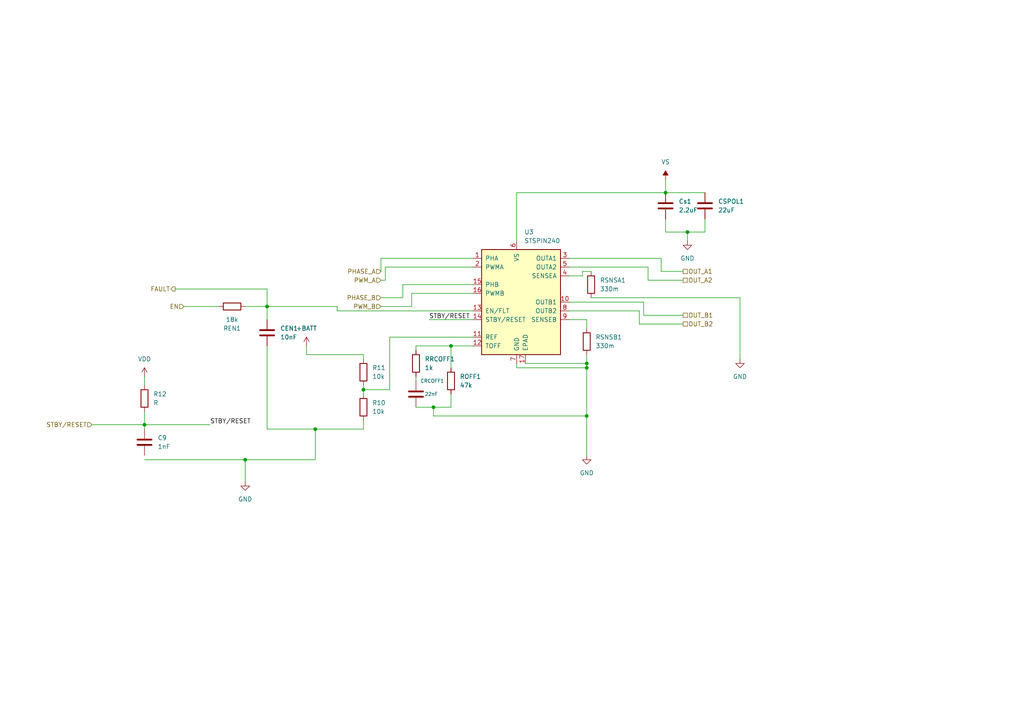
<source format=kicad_sch>
(kicad_sch (version 20230121) (generator eeschema)
  (paper "A4")
  (lib_symbols
    (symbol "Device:C" (pin_numbers hide) (pin_names (offset 0.254))
      (property "Reference" "C" (at 0.635 2.54 0))
      (property "Value" "C" (at 0.635 -2.54 0))
      (symbol "C_0_1"
        (polyline (pts (xy -2.032 -0.762) (xy 2.032 -0.762)) (stroke (width 0.508)))
        (polyline (pts (xy -2.032 0.762) (xy 2.032 0.762)) (stroke (width 0.508)))
      )
      (symbol "C_1_1"
        (pin passive line (at 0 3.81 270) (length 2.794) (name "~") (number "1"))
        (pin passive line (at 0 -3.81 90) (length 2.794) (name "~") (number "2"))
      )
    )
    (symbol "Device:R" (pin_numbers hide) (pin_names (offset 0))
      (property "Reference" "R" (at 2.032 0 90))
      (property "Value" "R" (at 0 0 90))
      (symbol "R_0_1"
        (rectangle (start -1.016 -2.54) (end 1.016 2.54) (stroke (width 0.254)))
      )
      (symbol "R_1_1"
        (pin passive line (at 0 3.81 270) (length 1.27) (name "~") (number "1"))
        (pin passive line (at 0 -3.81 90) (length 1.27) (name "~") (number "2"))
      )
    )
    (symbol "Driver_Motor:STSPIN240" (pin_names (offset 1.016))
      (property "Reference" "U" (at -10.16 16.51 0))
      (property "Value" "STSPIN240" (at 5.08 16.51 0))
      (symbol "STSPIN240_0_1"
        (rectangle (start -10.16 15.24) (end 12.7 -15.24) (stroke (width 0.254)) (fill (type background)))
      )
      (symbol "STSPIN240_1_1"
        (pin input line (at -12.7 12.7 0) (length 2.54) (name "PHA") (number "1"))
        (pin power_out line (at 15.24 0 180) (length 2.54) (name "OUTB1") (number "10"))
        (pin input line (at -12.7 -10.16 0) (length 2.54) (name "REF") (number "11"))
        (pin input line (at -12.7 -12.7 0) (length 2.54) (name "TOFF") (number "12"))
        (pin bidirectional line (at -12.7 -2.54 0) (length 2.54) (name "EN/FLT") (number "13"))
        (pin input line (at -12.7 -5.08 0) (length 2.54) (name "STBY/RESET") (number "14"))
        (pin input line (at -12.7 5.08 0) (length 2.54) (name "PHB") (number "15"))
        (pin input line (at -12.7 2.54 0) (length 2.54) (name "PWMB") (number "16"))
        (pin power_in line (at 2.54 -17.78 90) (length 2.54) (name "EPAD") (number "17"))
        (pin input line (at -12.7 10.16 0) (length 2.54) (name "PWMA") (number "2"))
        (pin power_out line (at 15.24 12.7 180) (length 2.54) (name "OUTA1") (number "3"))
        (pin power_out line (at 15.24 7.62 180) (length 2.54) (name "SENSEA") (number "4"))
        (pin power_out line (at 15.24 10.16 180) (length 2.54) (name "OUTA2") (number "5"))
        (pin power_in line (at 0 17.78 270) (length 2.54) (name "VS") (number "6"))
        (pin power_in line (at 0 -17.78 90) (length 2.54) (name "GND") (number "7"))
        (pin power_out line (at 15.24 -2.54 180) (length 2.54) (name "OUTB2") (number "8"))
        (pin power_out line (at 15.24 -5.08 180) (length 2.54) (name "SENSEB") (number "9"))
      )
    )
    (symbol "power:+BATT" (power) (pin_names (offset 0))
      (property "Value" "+BATT" (at 0 3.556 0))
      (symbol "+BATT_0_1"
        (polyline (pts (xy -0.762 1.27) (xy 0 2.54)))
        (polyline (pts (xy 0 0) (xy 0 2.54)))
        (polyline (pts (xy 0 2.54) (xy 0.762 1.27)))
      )
      (symbol "+BATT_1_1"
        (pin power_in line (at 0 0 90) (length 0) hide (name "+BATT") (number "1"))
      )
    )
    (symbol "power:GND" (power) (pin_names (offset 0))
      (property "Value" "GND" (at 0 -3.81 0))
      (symbol "GND_0_1"
        (polyline (pts (xy 0 0) (xy 0 -1.27) (xy 1.27 -1.27) (xy 0 -2.54) (xy -1.27 -1.27) (xy 0 -1.27)))
      )
      (symbol "GND_1_1"
        (pin power_in line (at 0 0 270) (length 0) hide (name "GND") (number "1"))
      )
    )
    (symbol "power:VDD" (power) (pin_names (offset 0))
      (property "Value" "VDD" (at 0 3.81 0))
      (symbol "VDD_0_1"
        (polyline (pts (xy -0.762 1.27) (xy 0 2.54)))
        (polyline (pts (xy 0 0) (xy 0 2.54)))
        (polyline (pts (xy 0 2.54) (xy 0.762 1.27)))
      )
      (symbol "VDD_1_1"
        (pin power_in line (at 0 0 90) (length 0) hide (name "VDD") (number "1"))
      )
    )
    (symbol "power:VS" (power) (pin_names (offset 0))
      (property "Value" "VS" (at 0 3.81 0))
      (symbol "VS_0_1"
        (polyline (pts (xy 0 0) (xy 0 2.54)))
        (polyline (pts (xy 0.762 1.27) (xy -0.762 1.27) (xy 0 2.54) (xy 0.762 1.27)) (fill (type outline)))
      )
      (symbol "VS_1_1"
        (pin power_in line (at 0 0 90) (length 0) hide (name "VS") (number "1"))
      )
    )
  )
  (junction (at 77.47 88.9))
  (junction (at 193.04 55.88))
  (junction (at 170.18 105.41))
  (junction (at 91.44 124.46))
  (junction (at 199.39 67.31))
  (junction (at 71.12 133.35))
  (junction (at 125.73 118.11))
  (junction (at 170.18 106.68))
  (junction (at 41.91 123.19))
  (junction (at 105.41 113.03))
  (junction (at 170.18 120.65))
  (junction (at 130.81 100.33))
  (wire (pts (xy 191.77 74.93) (xy 191.77 78.74)))
  (wire (pts (xy 41.91 123.19) (xy 60.96 123.19)))
  (wire (pts (xy 111.76 81.28) (xy 111.76 77.47)))
  (wire (pts (xy 120.65 101.6) (xy 120.65 100.33)))
  (wire (pts (xy 165.1 92.71) (xy 170.18 92.71)))
  (wire (pts (xy 116.84 82.55) (xy 137.16 82.55)))
  (wire (pts (xy 77.47 124.46) (xy 91.44 124.46)))
  (wire (pts (xy 170.18 106.68) (xy 170.18 120.65)))
  (wire (pts (xy 165.1 80.01) (xy 168.91 80.01)))
  (wire (pts (xy 214.63 86.36) (xy 214.63 104.14)))
  (wire (pts (xy 171.45 86.36) (xy 214.63 86.36)))
  (wire (pts (xy 88.9 100.33) (xy 88.9 102.87)))
  (wire (pts (xy 77.47 88.9) (xy 77.47 83.82)))
  (wire (pts (xy 130.81 100.33) (xy 137.16 100.33)))
  (wire (pts (xy 170.18 92.71) (xy 170.18 95.25)))
  (wire (pts (xy 113.03 97.79) (xy 137.16 97.79)))
  (wire (pts (xy 152.4 105.41) (xy 170.18 105.41)))
  (wire (pts (xy 125.73 118.11) (xy 120.65 118.11)))
  (wire (pts (xy 149.86 106.68) (xy 170.18 106.68)))
  (wire (pts (xy 41.91 123.19) (xy 41.91 124.46)))
  (wire (pts (xy 88.9 102.87) (xy 105.41 102.87)))
  (wire (pts (xy 130.81 118.11) (xy 125.73 118.11)))
  (wire (pts (xy 91.44 124.46) (xy 105.41 124.46)))
  (wire (pts (xy 113.03 113.03) (xy 105.41 113.03)))
  (wire (pts (xy 41.91 109.22) (xy 41.91 111.76)))
  (wire (pts (xy 105.41 102.87) (xy 105.41 104.14)))
  (wire (pts (xy 165.1 77.47) (xy 187.96 77.47)))
  (wire (pts (xy 199.39 67.31) (xy 204.47 67.31)))
  (wire (pts (xy 130.81 100.33) (xy 130.81 106.68)))
  (wire (pts (xy 130.81 114.3) (xy 130.81 118.11)))
  (wire (pts (xy 165.1 74.93) (xy 191.77 74.93)))
  (wire (pts (xy 110.49 81.28) (xy 111.76 81.28)))
  (wire (pts (xy 71.12 88.9) (xy 77.47 88.9)))
  (wire (pts (xy 71.12 133.35) (xy 71.12 139.7)))
  (wire (pts (xy 97.79 90.17) (xy 137.16 90.17)))
  (wire (pts (xy 105.41 111.76) (xy 105.41 113.03)))
  (wire (pts (xy 168.91 78.74) (xy 171.45 78.74)))
  (wire (pts (xy 119.38 88.9) (xy 119.38 85.09)))
  (wire (pts (xy 204.47 63.5) (xy 204.47 67.31)))
  (wire (pts (xy 110.49 88.9) (xy 119.38 88.9)))
  (wire (pts (xy 111.76 77.47) (xy 137.16 77.47)))
  (wire (pts (xy 124.46 92.71) (xy 137.16 92.71)))
  (wire (pts (xy 168.91 80.01) (xy 168.91 78.74)))
  (wire (pts (xy 199.39 67.31) (xy 199.39 69.85)))
  (wire (pts (xy 105.41 113.03) (xy 105.41 114.3)))
  (wire (pts (xy 191.77 78.74) (xy 198.12 78.74)))
  (wire (pts (xy 125.73 120.65) (xy 170.18 120.65)))
  (wire (pts (xy 77.47 88.9) (xy 97.79 88.9)))
  (wire (pts (xy 125.73 118.11) (xy 125.73 120.65)))
  (wire (pts (xy 71.12 133.35) (xy 91.44 133.35)))
  (wire (pts (xy 77.47 83.82) (xy 50.8 83.82)))
  (wire (pts (xy 77.47 100.33) (xy 77.47 124.46)))
  (wire (pts (xy 149.86 55.88) (xy 193.04 55.88)))
  (wire (pts (xy 110.49 74.93) (xy 137.16 74.93)))
  (wire (pts (xy 170.18 120.65) (xy 170.18 132.08)))
  (wire (pts (xy 193.04 67.31) (xy 199.39 67.31)))
  (wire (pts (xy 185.42 90.17) (xy 185.42 93.98)))
  (wire (pts (xy 53.34 88.9) (xy 63.5 88.9)))
  (wire (pts (xy 193.04 55.88) (xy 204.47 55.88)))
  (wire (pts (xy 149.86 105.41) (xy 149.86 106.68)))
  (wire (pts (xy 77.47 88.9) (xy 77.47 92.71)))
  (wire (pts (xy 105.41 121.92) (xy 105.41 124.46)))
  (wire (pts (xy 110.49 86.36) (xy 116.84 86.36)))
  (wire (pts (xy 120.65 100.33) (xy 130.81 100.33)))
  (wire (pts (xy 149.86 69.85) (xy 149.86 55.88)))
  (wire (pts (xy 193.04 52.07) (xy 193.04 55.88)))
  (wire (pts (xy 193.04 63.5) (xy 193.04 67.31)))
  (wire (pts (xy 170.18 105.41) (xy 170.18 106.68)))
  (wire (pts (xy 170.18 102.87) (xy 170.18 105.41)))
  (wire (pts (xy 185.42 93.98) (xy 198.12 93.98)))
  (wire (pts (xy 120.65 109.22) (xy 120.65 110.49)))
  (wire (pts (xy 187.96 77.47) (xy 187.96 81.28)))
  (wire (pts (xy 91.44 124.46) (xy 91.44 133.35)))
  (wire (pts (xy 110.49 78.74) (xy 110.49 74.93)))
  (wire (pts (xy 165.1 87.63) (xy 186.69 87.63)))
  (wire (pts (xy 119.38 85.09) (xy 137.16 85.09)))
  (wire (pts (xy 41.91 133.35) (xy 71.12 133.35)))
  (wire (pts (xy 186.69 91.44) (xy 198.12 91.44)))
  (wire (pts (xy 116.84 86.36) (xy 116.84 82.55)))
  (wire (pts (xy 113.03 97.79) (xy 113.03 113.03)))
  (wire (pts (xy 186.69 87.63) (xy 186.69 91.44)))
  (wire (pts (xy 26.67 123.19) (xy 41.91 123.19)))
  (wire (pts (xy 187.96 81.28) (xy 198.12 81.28)))
  (wire (pts (xy 165.1 90.17) (xy 185.42 90.17)))
  (wire (pts (xy 41.91 119.38) (xy 41.91 123.19)))
  (wire (pts (xy 97.79 88.9) (xy 97.79 90.17)))
  (label "STBY{slash}RESET" (at 60.96 123.19 0))
  (label "STBY{slash}RESET" (at 124.46 92.71 0))
  (hierarchical_label "PHASE_A" (shape input) (at 110.49 78.74 180))
  (hierarchical_label "OUT_A2" (shape passive) (at 198.12 81.28 0))
  (hierarchical_label "PWM_A" (shape input) (at 110.49 81.28 180))
  (hierarchical_label "FAULT" (shape output) (at 50.8 83.82 180))
  (hierarchical_label "PHASE_B" (shape input) (at 110.49 86.36 180))
  (hierarchical_label "PWM_B" (shape input) (at 110.49 88.9 180))
  (hierarchical_label "OUT_B2" (shape passive) (at 198.12 93.98 0))
  (hierarchical_label "OUT_A1" (shape passive) (at 198.12 78.74 0))
  (hierarchical_label "OUT_B1" (shape passive) (at 198.12 91.44 0))
  (hierarchical_label "STBY{slash}RESET" (shape input) (at 26.67 123.19 180))
  (hierarchical_label "EN" (shape input) (at 53.34 88.9 180))
  (symbol (lib_id "Device:R") (at 130.81 110.49 0) (unit 1)
    (property "Reference" "ROFF1" (at 133.35 109.22 0) (effects (justify left)))
    (property "Value" "47k" (at 133.35 111.76 0) (effects (justify left)))
    (property "Footprint" "Resistor_SMD:R_0603_1608Metric" (effects hide))
  )
  (symbol (lib_id "power:GND") (at 170.18 132.08 0) (unit 1)
    (property "Reference" "#PWR09" (effects hide))
    (property "Value" "GND" (at 170.18 137.16 0))
  )
  (symbol (lib_id "Device:R") (at 120.65 105.41 0) (unit 1)
    (property "Reference" "RRCOFF1" (at 123.19 104.14 0) (effects (justify left)))
    (property "Value" "1k" (at 123.19 106.68 0) (effects (justify left)))
    (property "Footprint" "Resistor_SMD:R_0603_1608Metric" (effects hide))
  )
  (symbol (lib_id "Device:C") (at 193.04 59.69 0) (unit 1)
    (property "Reference" "Cs1" (at 196.85 58.42 0) (effects (justify left)))
    (property "Value" "2.2uF" (at 196.85 60.96 0) (effects (justify left)))
    (property "Footprint" "Capacitor_SMD:C_0603_1608Metric" (effects hide))
  )
  (symbol (lib_id "Device:C") (at 204.47 59.69 0) (unit 1)
    (property "Reference" "CSPOL1" (at 208.28 58.42 0) (effects (justify left)))
    (property "Value" "22uF" (at 208.28 60.96 0) (effects (justify left)))
    (property "Footprint" "Capacitor_SMD:C_0603_1608Metric" (effects hide))
  )
  (symbol (lib_id "Device:C") (at 120.65 114.3 0) (unit 1)
    (property "Reference" "CRCOFF1" (at 121.92 110.49 0) (effects (font (size 1 1)) (justify left)))
    (property "Value" "22nF" (at 123.19 114.3 0) (effects (font (size 1 1)) (justify left)))
    (property "Footprint" "Capacitor_SMD:C_0603_1608Metric" (effects hide))
  )
  (symbol (lib_id "Driver_Motor:STSPIN240") (at 149.86 87.63 0) (unit 1)
    (property "Reference" "U3" (at 152.0541 67.31 0) (effects (justify left)))
    (property "Value" "STSPIN240" (at 152.0541 69.85 0) (effects (justify left)))
    (property "Footprint" "Package_DFN_QFN:VQFN-16-1EP_3x3mm_P0.5mm_EP1.8x1.8mm" (effects hide))
    (property "Datasheet" "www.st.com/resource/en/datasheet/stspin240.pdf" (effects hide))
  )
  (symbol (lib_id "power:GND") (at 199.39 69.85 0) (unit 1)
    (property "Reference" "#PWR014" (effects hide))
    (property "Value" "GND" (at 199.39 74.93 0))
  )
  (symbol (lib_id "power:GND") (at 214.63 104.14 0) (unit 1)
    (property "Reference" "#PWR032" (effects hide))
    (property "Value" "GND" (at 214.63 109.22 0))
  )
  (symbol (lib_id "Device:C") (at 77.47 96.52 0) (unit 1)
    (property "Reference" "CEN1" (at 81.28 95.25 0) (effects (justify left)))
    (property "Value" "10nF" (at 81.28 97.79 0) (effects (justify left)))
    (property "Footprint" "Capacitor_SMD:C_0603_1608Metric" (effects hide))
  )
  (symbol (lib_id "Device:C") (at 41.91 128.27 0) (unit 1)
    (property "Reference" "C9" (at 45.72 127 0) (effects (justify left)))
    (property "Value" "1nF" (at 45.72 129.54 0) (effects (justify left)))
    (property "Footprint" "Capacitor_SMD:C_0603_1608Metric" (effects hide))
  )
  (symbol (lib_id "Device:R") (at 67.31 88.9 270) (unit 1)
    (property "Reference" "REN1" (at 67.31 95.25 90))
    (property "Value" "18k" (at 67.31 92.71 90))
    (property "Footprint" "Resistor_SMD:R_0603_1608Metric" (effects hide))
  )
  (symbol (lib_id "Device:R") (at 171.45 82.55 0) (unit 1)
    (property "Reference" "RSNSA1" (at 173.99 81.28 0) (effects (justify left)))
    (property "Value" "330m" (at 173.99 83.82 0) (effects (justify left)))
    (property "Footprint" "Resistor_SMD:R_2512_6332Metric" (effects hide))
  )
  (symbol (lib_id "power:VDD") (at 41.91 109.22 0) (unit 1)
    (property "Reference" "#PWR012" (effects hide))
    (property "Value" "VDD" (at 41.91 104.14 0))
  )
  (symbol (lib_id "Device:R") (at 105.41 107.95 0) (unit 1)
    (property "Reference" "R11" (at 107.95 106.68 0) (effects (justify left)))
    (property "Value" "10k" (at 107.95 109.22 0) (effects (justify left)))
    (property "Footprint" "Resistor_SMD:R_0603_1608Metric" (effects hide))
  )
  (symbol (lib_id "power:+BATT") (at 88.9 100.33 0) (unit 1)
    (property "Reference" "#PWR010" (effects hide))
    (property "Value" "+BATT" (at 88.9 95.25 0))
  )
  (symbol (lib_id "power:GND") (at 71.12 139.7 0) (unit 1)
    (property "Reference" "#PWR013" (effects hide))
    (property "Value" "GND" (at 71.12 144.78 0))
  )
  (symbol (lib_id "Device:R") (at 105.41 118.11 0) (unit 1)
    (property "Reference" "R10" (at 107.95 116.84 0) (effects (justify left)))
    (property "Value" "10k" (at 107.95 119.38 0) (effects (justify left)))
    (property "Footprint" "Resistor_SMD:R_0603_1608Metric" (effects hide))
  )
  (symbol (lib_id "Device:R") (at 41.91 115.57 0) (unit 1)
    (property "Reference" "R12" (at 44.45 114.3 0) (effects (justify left)))
    (property "Value" "R" (at 44.45 116.84 0) (effects (justify left)))
    (property "Footprint" "Resistor_SMD:R_0603_1608Metric" (effects hide))
  )
  (symbol (lib_id "power:VS") (at 193.04 52.07 0) (unit 1)
    (property "Reference" "#PWR011" (effects hide))
    (property "Value" "VS" (at 193.04 46.99 0))
  )
  (symbol (lib_id "Device:R") (at 170.18 99.06 0) (unit 1)
    (property "Reference" "RSNSB1" (at 172.72 97.79 0) (effects (justify left)))
    (property "Value" "330m" (at 172.72 100.33 0) (effects (justify left)))
    (property "Footprint" "Resistor_SMD:R_2512_6332Metric" (effects hide))
  )
)
</source>
